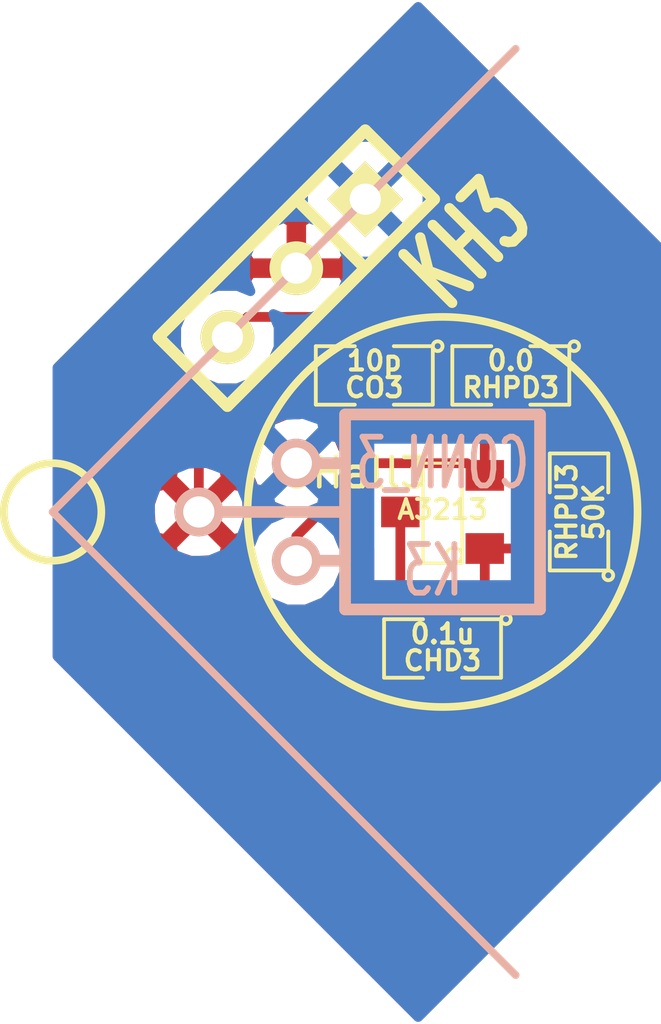
<source format=kicad_pcb>
(kicad_pcb (version 3) (host pcbnew "(2013-mar-25)-stable")

  (general
    (links 13)
    (no_connects 1)
    (area 49.429999 37.465 66.675001 64.135001)
    (thickness 1.6)
    (drawings 4)
    (tracks 26)
    (zones 0)
    (modules 7)
    (nets 5)
  )

  (page USLetter)
  (layers
    (15 F.Cu signal)
    (0 B.Cu signal)
    (16 B.Adhes user)
    (17 F.Adhes user)
    (18 B.Paste user)
    (19 F.Paste user)
    (20 B.SilkS user)
    (21 F.SilkS user)
    (22 B.Mask user)
    (23 F.Mask user)
    (24 Dwgs.User user)
    (25 Cmts.User user)
    (26 Eco1.User user)
    (27 Eco2.User user)
    (28 Edge.Cuts user)
  )

  (setup
    (last_trace_width 0.254)
    (trace_clearance 0.254)
    (zone_clearance 0.508)
    (zone_45_only no)
    (trace_min 0.1524)
    (segment_width 0.2)
    (edge_width 0.15)
    (via_size 0.889)
    (via_drill 0.635)
    (via_min_size 0.889)
    (via_min_drill 0.508)
    (uvia_size 0.508)
    (uvia_drill 0.127)
    (uvias_allowed no)
    (uvia_min_size 0.508)
    (uvia_min_drill 0.127)
    (pcb_text_width 0.3)
    (pcb_text_size 1 1)
    (mod_edge_width 0.15)
    (mod_text_size 1 1)
    (mod_text_width 0.15)
    (pad_size 1 1)
    (pad_drill 0.6)
    (pad_to_mask_clearance 0)
    (aux_axis_origin 50.8 50.8)
    (visible_elements 7FFFFFFF)
    (pcbplotparams
      (layerselection 271613953)
      (usegerberextensions false)
      (excludeedgelayer true)
      (linewidth 0)
      (plotframeref false)
      (viasonmask false)
      (mode 1)
      (useauxorigin false)
      (hpglpennumber 1)
      (hpglpenspeed 20)
      (hpglpendiameter 15)
      (hpglpenoverlay 2)
      (psnegative false)
      (psa4output false)
      (plotreference true)
      (plotvalue true)
      (plotothertext true)
      (plotinvisibletext false)
      (padsonsilk false)
      (subtractmaskfromsilk false)
      (outputformat 3)
      (mirror false)
      (drillshape 0)
      (scaleselection 1)
      (outputdirectory DXF/))
  )

  (net 0 "")
  (net 1 +5V)
  (net 2 /HALL)
  (net 3 /VOUT)
  (net 4 GND)

  (net_class Default "This is the default net class."
    (clearance 0.254)
    (trace_width 0.254)
    (via_dia 0.889)
    (via_drill 0.635)
    (uvia_dia 0.508)
    (uvia_drill 0.127)
    (add_net "")
    (add_net +5V)
    (add_net /HALL)
    (add_net /VOUT)
    (add_net GND)
  )

  (net_class "OSHPark Minimum" ""
    (clearance 0.1524)
    (trace_width 0.1524)
    (via_dia 0.889)
    (via_drill 0.635)
    (uvia_dia 0.508)
    (uvia_drill 0.3302)
  )

  (module SM0805 (layer F.Cu) (tedit 5091495C) (tstamp 524450E6)
    (at 59.182 47.244 180)
    (path /524444A3)
    (attr smd)
    (fp_text reference CO3 (at 0 -0.3175 180) (layer F.SilkS)
      (effects (font (size 0.50038 0.50038) (thickness 0.10922)))
    )
    (fp_text value 10p (at 0 0.381 180) (layer F.SilkS)
      (effects (font (size 0.50038 0.50038) (thickness 0.10922)))
    )
    (fp_circle (center -1.651 0.762) (end -1.651 0.635) (layer F.SilkS) (width 0.09906))
    (fp_line (start -0.508 0.762) (end -1.524 0.762) (layer F.SilkS) (width 0.09906))
    (fp_line (start -1.524 0.762) (end -1.524 -0.762) (layer F.SilkS) (width 0.09906))
    (fp_line (start -1.524 -0.762) (end -0.508 -0.762) (layer F.SilkS) (width 0.09906))
    (fp_line (start 0.508 -0.762) (end 1.524 -0.762) (layer F.SilkS) (width 0.09906))
    (fp_line (start 1.524 -0.762) (end 1.524 0.762) (layer F.SilkS) (width 0.09906))
    (fp_line (start 1.524 0.762) (end 0.508 0.762) (layer F.SilkS) (width 0.09906))
    (pad 1 smd rect (at -0.9525 0 180) (size 0.889 1.397)
      (layers F.Cu F.Paste F.Mask)
      (net 3 /VOUT)
    )
    (pad 2 smd rect (at 0.9525 0 180) (size 0.889 1.397)
      (layers F.Cu F.Paste F.Mask)
      (net 4 GND)
    )
    (model smd/chip_cms.wrl
      (at (xyz 0 0 0))
      (scale (xyz 0.1 0.1 0.1))
      (rotate (xyz 0 0 0))
    )
  )

  (module SM0805 (layer F.Cu) (tedit 5091495C) (tstamp 5244511A)
    (at 62.738 47.244 180)
    (path /52444269)
    (attr smd)
    (fp_text reference RHPD3 (at 0 -0.3175 180) (layer F.SilkS)
      (effects (font (size 0.50038 0.50038) (thickness 0.10922)))
    )
    (fp_text value 0.0 (at 0 0.381 180) (layer F.SilkS)
      (effects (font (size 0.50038 0.50038) (thickness 0.10922)))
    )
    (fp_circle (center -1.651 0.762) (end -1.651 0.635) (layer F.SilkS) (width 0.09906))
    (fp_line (start -0.508 0.762) (end -1.524 0.762) (layer F.SilkS) (width 0.09906))
    (fp_line (start -1.524 0.762) (end -1.524 -0.762) (layer F.SilkS) (width 0.09906))
    (fp_line (start -1.524 -0.762) (end -0.508 -0.762) (layer F.SilkS) (width 0.09906))
    (fp_line (start 0.508 -0.762) (end 1.524 -0.762) (layer F.SilkS) (width 0.09906))
    (fp_line (start 1.524 -0.762) (end 1.524 0.762) (layer F.SilkS) (width 0.09906))
    (fp_line (start 1.524 0.762) (end 0.508 0.762) (layer F.SilkS) (width 0.09906))
    (pad 1 smd rect (at -0.9525 0 180) (size 0.889 1.397)
      (layers F.Cu F.Paste F.Mask)
      (net 3 /VOUT)
    )
    (pad 2 smd rect (at 0.9525 0 180) (size 0.889 1.397)
      (layers F.Cu F.Paste F.Mask)
      (net 2 /HALL)
    )
    (model smd/chip_cms.wrl
      (at (xyz 0 0 0))
      (scale (xyz 0.1 0.1 0.1))
      (rotate (xyz 0 0 0))
    )
  )

  (module SM0805 (layer F.Cu) (tedit 5091495C) (tstamp 5244514E)
    (at 64.516 50.8 90)
    (path /524440E7)
    (attr smd)
    (fp_text reference RHPU3 (at 0 -0.3175 90) (layer F.SilkS)
      (effects (font (size 0.50038 0.50038) (thickness 0.10922)))
    )
    (fp_text value 50K (at 0 0.381 90) (layer F.SilkS)
      (effects (font (size 0.50038 0.50038) (thickness 0.10922)))
    )
    (fp_circle (center -1.651 0.762) (end -1.651 0.635) (layer F.SilkS) (width 0.09906))
    (fp_line (start -0.508 0.762) (end -1.524 0.762) (layer F.SilkS) (width 0.09906))
    (fp_line (start -1.524 0.762) (end -1.524 -0.762) (layer F.SilkS) (width 0.09906))
    (fp_line (start -1.524 -0.762) (end -0.508 -0.762) (layer F.SilkS) (width 0.09906))
    (fp_line (start 0.508 -0.762) (end 1.524 -0.762) (layer F.SilkS) (width 0.09906))
    (fp_line (start 1.524 -0.762) (end 1.524 0.762) (layer F.SilkS) (width 0.09906))
    (fp_line (start 1.524 0.762) (end 0.508 0.762) (layer F.SilkS) (width 0.09906))
    (pad 1 smd rect (at -0.9525 0 90) (size 0.889 1.397)
      (layers F.Cu F.Paste F.Mask)
      (net 1 +5V)
    )
    (pad 2 smd rect (at 0.9525 0 90) (size 0.889 1.397)
      (layers F.Cu F.Paste F.Mask)
      (net 3 /VOUT)
    )
    (model smd/chip_cms.wrl
      (at (xyz 0 0 0))
      (scale (xyz 0.1 0.1 0.1))
      (rotate (xyz 0 0 0))
    )
  )

  (module SOT23-SPECIAL (layer F.Cu) (tedit 52448C6B) (tstamp 52445055)
    (at 60.96 50.8 90)
    (descr "SZOT23 with PIN 2 and 3 swapped, for Diodes")
    (tags SOT23)
    (path /5244347B)
    (attr smd)
    (fp_text reference UHall3 (at 1.016 -2.286 180) (layer F.SilkS)
      (effects (font (size 0.762 0.762) (thickness 0.11938)))
    )
    (fp_text value A3213 (at 0.0635 0 180) (layer F.SilkS)
      (effects (font (size 0.50038 0.50038) (thickness 0.09906)))
    )
    (fp_circle (center -1.12522 0.29972) (end -1.12522 0.50038) (layer F.SilkS) (width 0.07874))
    (fp_line (start 1.27 -0.508) (end 1.27 0.508) (layer F.SilkS) (width 0.07874))
    (fp_line (start -1.3335 -0.508) (end -1.3335 0.508) (layer F.SilkS) (width 0.07874))
    (fp_line (start 1.27 0.508) (end -1.3335 0.508) (layer F.SilkS) (width 0.07874))
    (fp_line (start -1.3335 -0.508) (end 1.27 -0.508) (layer F.SilkS) (width 0.07874))
    (pad 2 smd rect (at 0 -1.09982 90) (size 0.8001 1.00076)
      (layers F.Cu F.Paste F.Mask)
      (net 4 GND)
    )
    (pad 3 smd rect (at 0.9525 1.09982 90) (size 0.8001 1.00076)
      (layers F.Cu F.Paste F.Mask)
      (net 2 /HALL)
    )
    (pad 1 smd rect (at -0.9525 1.09982 90) (size 0.8001 1.00076)
      (layers F.Cu F.Paste F.Mask)
      (net 1 +5V)
    )
    (model smd\SOT23_3.wrl
      (at (xyz 0 0 0))
      (scale (xyz 0.4 0.4 0.4))
      (rotate (xyz 0 0 180))
    )
  )

  (module SIL-3 (layer F.Cu) (tedit 5244E312) (tstamp 5244DDEE)
    (at 57.15 44.45 225)
    (descr "Connecteur 3 pins")
    (tags "CONN DEV")
    (path /5244802B)
    (fp_text reference KH3 (at -3.592102 -2.694077 225) (layer F.SilkS)
      (effects (font (size 1.7907 1.07696) (thickness 0.3048)))
    )
    (fp_text value CONN_3 (at 0 -2.54 225) (layer F.SilkS) hide
      (effects (font (size 1.524 1.016) (thickness 0.3048)))
    )
    (fp_line (start -3.81 1.27) (end -3.81 -1.27) (layer F.SilkS) (width 0.3048))
    (fp_line (start -3.81 -1.27) (end 3.81 -1.27) (layer F.SilkS) (width 0.3048))
    (fp_line (start 3.81 -1.27) (end 3.81 1.27) (layer F.SilkS) (width 0.3048))
    (fp_line (start 3.81 1.27) (end -3.81 1.27) (layer F.SilkS) (width 0.3048))
    (fp_line (start -1.27 -1.27) (end -1.27 1.27) (layer F.SilkS) (width 0.3048))
    (pad 1 thru_hole rect (at -2.54 0 225) (size 1.397 1.397) (drill 0.8128)
      (layers *.Cu *.Mask F.SilkS)
      (net 1 +5V)
    )
    (pad 2 thru_hole circle (at 0 0 225) (size 1.397 1.397) (drill 0.8128)
      (layers *.Cu *.Mask F.SilkS)
      (net 4 GND)
    )
    (pad 3 thru_hole circle (at 2.54 0 225) (size 1.397 1.397) (drill 0.8128)
      (layers *.Cu *.Mask F.SilkS)
      (net 3 /VOUT)
    )
  )

  (module SM0805 (layer F.Cu) (tedit 5091495C) (tstamp 5244508E)
    (at 60.96 54.356 180)
    (path /52443F3E)
    (attr smd)
    (fp_text reference CHD3 (at 0 -0.3175 180) (layer F.SilkS)
      (effects (font (size 0.50038 0.50038) (thickness 0.10922)))
    )
    (fp_text value 0.1u (at 0 0.381 180) (layer F.SilkS)
      (effects (font (size 0.50038 0.50038) (thickness 0.10922)))
    )
    (fp_circle (center -1.651 0.762) (end -1.651 0.635) (layer F.SilkS) (width 0.09906))
    (fp_line (start -0.508 0.762) (end -1.524 0.762) (layer F.SilkS) (width 0.09906))
    (fp_line (start -1.524 0.762) (end -1.524 -0.762) (layer F.SilkS) (width 0.09906))
    (fp_line (start -1.524 -0.762) (end -0.508 -0.762) (layer F.SilkS) (width 0.09906))
    (fp_line (start 0.508 -0.762) (end 1.524 -0.762) (layer F.SilkS) (width 0.09906))
    (fp_line (start 1.524 -0.762) (end 1.524 0.762) (layer F.SilkS) (width 0.09906))
    (fp_line (start 1.524 0.762) (end 0.508 0.762) (layer F.SilkS) (width 0.09906))
    (pad 1 smd rect (at -0.9525 0 180) (size 0.889 1.397)
      (layers F.Cu F.Paste F.Mask)
      (net 1 +5V)
    )
    (pad 2 smd rect (at 0.9525 0 180) (size 0.889 1.397)
      (layers F.Cu F.Paste F.Mask)
      (net 4 GND)
    )
    (model smd/chip_cms.wrl
      (at (xyz 0 0 0))
      (scale (xyz 0.1 0.1 0.1))
      (rotate (xyz 0 0 0))
    )
  )

  (module TO92H (layer B.Cu) (tedit 52448F4C) (tstamp 52448EC4)
    (at 55.88 50.8)
    (path /52449005)
    (fp_text reference K3 (at 4.826 1.524) (layer B.SilkS)
      (effects (font (size 1.27 0.762) (thickness 0.1524)) (justify mirror))
    )
    (fp_text value CONN_3 (at 5.08 -1.27) (layer B.SilkS)
      (effects (font (size 1.27 0.762) (thickness 0.1524)) (justify mirror))
    )
    (fp_line (start 2.54 2.54) (end 7.62 2.54) (layer B.SilkS) (width 0.3048))
    (fp_line (start 7.62 2.54) (end 7.62 -2.54) (layer B.SilkS) (width 0.3048))
    (fp_line (start 7.62 -2.54) (end 2.54 -2.54) (layer B.SilkS) (width 0.3048))
    (fp_line (start 2.54 -2.54) (end 2.54 2.54) (layer B.SilkS) (width 0.3048))
    (fp_line (start 1.27 1.27) (end 2.54 1.27) (layer B.SilkS) (width 0.3048))
    (fp_line (start -1.27 0) (end 2.54 0) (layer B.SilkS) (width 0.3048))
    (fp_line (start 1.27 -1.27) (end 2.54 -1.27) (layer B.SilkS) (width 0.3048))
    (pad 2 thru_hole circle (at -1.27 0) (size 1.27 1.27) (drill 0.8128)
      (layers *.Cu *.Mask B.SilkS)
      (net 4 GND)
    )
    (pad 1 thru_hole circle (at 1.27 -1.27) (size 1.27 1.27) (drill 0.8128)
      (layers *.Cu *.Mask B.SilkS)
      (net 1 +5V)
    )
    (pad 3 thru_hole circle (at 1.27 1.27) (size 1.27 1.27) (drill 0.8128)
      (layers *.Cu *.Mask B.SilkS)
      (net 2 /HALL)
    )
  )

  (gr_line (start 50.8 50.8) (end 62.865 62.865) (angle 90) (layer B.SilkS) (width 0.2))
  (gr_line (start 50.8 50.8) (end 62.865 38.735) (angle 90) (layer B.SilkS) (width 0.2))
  (gr_circle (center 60.96 50.8) (end 66.04 50.8) (layer F.SilkS) (width 0.2))
  (gr_circle (center 50.8 50.8) (end 52.07 50.8) (layer F.SilkS) (width 0.2))

  (segment (start 61.9125 54.356) (end 61.9125 55.979602) (width 0.254) (layer F.Cu) (net 1))
  (segment (start 61.9125 55.979602) (end 58.946051 58.946051) (width 0.254) (layer F.Cu) (net 1) (tstamp 5244E5E5))
  (segment (start 62.05982 51.7525) (end 62.05982 54.20868) (width 0.254) (layer F.Cu) (net 1))
  (segment (start 62.05982 54.20868) (end 61.9125 54.356) (width 0.254) (layer F.Cu) (net 1) (tstamp 5244E575))
  (segment (start 62.05982 51.7525) (end 64.516 51.7525) (width 0.254) (layer F.Cu) (net 1))
  (segment (start 57.15 52.07) (end 57.15 51.435) (width 0.254) (layer F.Cu) (net 2))
  (segment (start 61.595 49.53) (end 62.05982 49.8475) (width 0.254) (layer F.Cu) (net 2) (tstamp 5244E566))
  (segment (start 59.055 49.53) (end 61.595 49.53) (width 0.254) (layer F.Cu) (net 2) (tstamp 5244E55E))
  (segment (start 57.15 51.435) (end 59.055 49.53) (width 0.254) (layer F.Cu) (net 2) (tstamp 5244E551))
  (segment (start 62.05982 49.8475) (end 62.05982 47.51832) (width 0.254) (layer F.Cu) (net 2))
  (segment (start 62.05982 47.51832) (end 61.7855 47.244) (width 0.254) (layer F.Cu) (net 2) (tstamp 5244E548))
  (segment (start 64.516 49.8475) (end 64.516 48.0695) (width 0.254) (layer F.Cu) (net 3))
  (segment (start 64.516 48.0695) (end 63.6905 47.244) (width 0.254) (layer F.Cu) (net 3) (tstamp 5244EB93))
  (segment (start 60.1345 47.244) (end 60.1345 45.72) (width 0.254) (layer F.Cu) (net 3))
  (segment (start 60.1345 45.72) (end 60.325 45.72) (width 0.254) (layer F.Cu) (net 3) (tstamp 5244E524))
  (segment (start 55.88 45.72) (end 55.353949 46.246051) (width 0.254) (layer F.Cu) (net 3) (tstamp 5244E51C))
  (segment (start 62.1665 45.72) (end 60.325 45.72) (width 0.254) (layer F.Cu) (net 3) (tstamp 5244E502))
  (segment (start 60.325 45.72) (end 55.88 45.72) (width 0.254) (layer F.Cu) (net 3) (tstamp 5244E52B))
  (segment (start 64.516 48.0695) (end 62.1665 45.72) (width 0.254) (layer F.Cu) (net 3) (tstamp 5244E4FF))
  (segment (start 60.0075 54.356) (end 59.944 54.356) (width 0.254) (layer F.Cu) (net 4))
  (segment (start 59.944 54.356) (end 57.15 57.15) (width 0.254) (layer F.Cu) (net 4) (tstamp 5244E62C))
  (segment (start 58.2295 47.244) (end 56.261 47.244) (width 0.254) (layer F.Cu) (net 4))
  (segment (start 56.261 47.244) (end 54.61 48.895) (width 0.254) (layer F.Cu) (net 4) (tstamp 5244E5A3))
  (segment (start 54.61 48.895) (end 54.61 50.8) (width 0.254) (layer F.Cu) (net 4) (tstamp 5244E5AD))
  (segment (start 59.86018 50.8) (end 59.86018 54.20868) (width 0.254) (layer F.Cu) (net 4))
  (segment (start 59.86018 54.20868) (end 60.0075 54.356) (width 0.254) (layer F.Cu) (net 4) (tstamp 5244E58B))

  (zone (net 0) (net_name "") (layer F.Cu) (tstamp 52458F0A) (hatch edge 0.508)
    (connect_pads (clearance 0.508))
    (min_thickness 0.254)
    (keepout (tracks allowed) (vias allowed) (copperpour not_allowed))
    (fill (arc_segments 16) (thermal_gap 0.508) (thermal_bridge_width 0.508))
    (polygon
      (pts
        (xy 62.738 52.578) (xy 59.182 52.578) (xy 59.182 49.022) (xy 62.738 49.022)
      )
    )
  )
  (zone (net 0) (net_name "") (layer B.Cu) (tstamp 52458F1C) (hatch edge 0.508)
    (connect_pads (clearance 0.508))
    (min_thickness 0.254)
    (keepout (tracks allowed) (vias allowed) (copperpour not_allowed))
    (fill (arc_segments 16) (thermal_gap 0.508) (thermal_bridge_width 0.508))
    (polygon
      (pts
        (xy 62.738 52.578) (xy 59.182 52.578) (xy 59.182 49.022) (xy 62.738 49.022)
      )
    )
  )
  (zone (net 4) (net_name GND) (layer F.Cu) (tstamp 52463AFE) (hatch edge 0.508)
    (connect_pads (clearance 0.508))
    (min_thickness 0.254)
    (fill (arc_segments 16) (thermal_gap 0.508) (thermal_bridge_width 0.508))
    (polygon
      (pts
        (xy 66.675 57.785) (xy 62.23 62.23) (xy 60.325 64.135) (xy 50.8 54.61) (xy 50.8 50.8)
        (xy 50.8 47.625) (xy 50.8 46.99) (xy 60.325 37.465) (xy 62.23 39.37) (xy 66.675 43.815)
        (xy 66.675 57.785)
      )
    )
    (filled_polygon
      (pts
        (xy 66.548 57.732395) (xy 65.84961 58.430784) (xy 65.84961 52.071245) (xy 65.84961 51.182245) (xy 65.753141 50.948771)
        (xy 65.604526 50.799897) (xy 65.752513 50.652168) (xy 65.849389 50.418864) (xy 65.84961 50.166245) (xy 65.84961 49.277245)
        (xy 65.753141 49.043771) (xy 65.574668 48.864987) (xy 65.341364 48.768111) (xy 65.278 48.768055) (xy 65.278 48.0695)
        (xy 65.277999 48.069499) (xy 65.219996 47.777895) (xy 65.054815 47.530685) (xy 65.054815 47.530684) (xy 64.77011 47.245979)
        (xy 64.77011 46.419745) (xy 64.673641 46.186271) (xy 64.495168 46.007487) (xy 64.261864 45.910611) (xy 64.009245 45.91039)
        (xy 63.43452 45.91039) (xy 62.705315 45.181185) (xy 62.458105 45.016004) (xy 62.1665 44.958) (xy 60.568989 44.958)
        (xy 60.568989 42.528194) (xy 60.47252 42.294721) (xy 60.294048 42.115936) (xy 59.306219 41.128108) (xy 59.072914 41.031231)
        (xy 58.820296 41.031011) (xy 58.586823 41.12748) (xy 58.408038 41.305952) (xy 57.42021 42.293781) (xy 57.323333 42.527086)
        (xy 57.323113 42.779704) (xy 57.419582 43.013177) (xy 57.575604 43.169473) (xy 57.487198 43.132854) (xy 57.277 43.255861)
        (xy 57.277 44.143392) (xy 57.164141 44.256251) (xy 57.343749 44.435859) (xy 57.456608 44.323) (xy 58.344139 44.323)
        (xy 58.467146 44.112802) (xy 58.419506 44.013413) (xy 58.585883 44.17979) (xy 58.819188 44.276667) (xy 59.071806 44.276887)
        (xy 59.305279 44.180418) (xy 59.484064 44.001946) (xy 60.471892 43.014117) (xy 60.568769 42.780812) (xy 60.568989 42.528194)
        (xy 60.568989 44.958) (xy 60.325 44.958) (xy 60.1345 44.958) (xy 58.396397 44.958) (xy 58.467146 44.787198)
        (xy 58.344139 44.577) (xy 57.456608 44.577) (xy 57.343749 44.464141) (xy 57.164141 44.643749) (xy 57.277 44.756608)
        (xy 57.277 44.958) (xy 57.023 44.958) (xy 57.023 44.756608) (xy 57.135859 44.643749) (xy 57.023 44.53089)
        (xy 57.023 44.323) (xy 57.023 43.255861) (xy 56.812802 43.132854) (xy 56.33442 43.362156) (xy 55.980202 43.757072)
        (xy 55.832854 44.112802) (xy 55.955861 44.323) (xy 57.023 44.323) (xy 57.023 44.53089) (xy 56.956251 44.464141)
        (xy 56.843392 44.577) (xy 55.955861 44.577) (xy 55.832854 44.787198) (xy 55.914724 44.958) (xy 55.88 44.958)
        (xy 55.778079 44.978273) (xy 55.778078 44.978273) (xy 55.620362 44.912784) (xy 55.089863 44.912321) (xy 54.599569 45.114906)
        (xy 54.224123 45.489698) (xy 54.020682 45.979638) (xy 54.020219 46.510137) (xy 54.222804 47.000431) (xy 54.597596 47.375877)
        (xy 55.087536 47.579318) (xy 55.618035 47.579781) (xy 56.108329 47.377196) (xy 56.483775 47.002404) (xy 56.687216 46.512464)
        (xy 56.687242 46.482) (xy 57.150055 46.482) (xy 57.14989 46.671255) (xy 57.15 46.95825) (xy 57.30875 47.117)
        (xy 58.1025 47.117) (xy 58.1025 47.097) (xy 58.3565 47.097) (xy 58.3565 47.117) (xy 58.3765 47.117)
        (xy 58.3765 47.371) (xy 58.3565 47.371) (xy 58.3565 48.41875) (xy 58.51525 48.5775) (xy 58.799755 48.57761)
        (xy 59.033229 48.481141) (xy 59.182102 48.332526) (xy 59.329832 48.480513) (xy 59.563136 48.577389) (xy 59.815755 48.57761)
        (xy 60.704755 48.57761) (xy 60.938229 48.481141) (xy 60.959881 48.459526) (xy 60.980832 48.480513) (xy 61.214136 48.577389)
        (xy 61.29782 48.577462) (xy 61.29782 48.768) (xy 59.055 48.768) (xy 58.763395 48.826004) (xy 58.516184 48.991185)
        (xy 58.364274 49.143094) (xy 58.227281 48.811543) (xy 57.968719 48.55253) (xy 58.1025 48.41875) (xy 58.1025 47.371)
        (xy 57.30875 47.371) (xy 57.15 47.52975) (xy 57.14989 47.816745) (xy 57.150111 48.069364) (xy 57.229298 48.260069)
        (xy 56.89849 48.259781) (xy 56.431543 48.452719) (xy 56.073975 48.809664) (xy 55.880222 49.276273) (xy 55.879781 49.78151)
        (xy 56.072719 50.248457) (xy 56.429664 50.606025) (xy 56.762951 50.744418) (xy 56.611185 50.896185) (xy 56.590594 50.927)
        (xy 56.431543 50.992719) (xy 56.073975 51.349664) (xy 55.892679 51.786273) (xy 55.892679 50.977335) (xy 55.862904 50.472976)
        (xy 55.727178 50.145304) (xy 55.498132 50.091473) (xy 55.318527 50.271078) (xy 55.318527 49.911868) (xy 55.264696 49.682822)
        (xy 54.787335 49.517321) (xy 54.282976 49.547096) (xy 53.955304 49.682822) (xy 53.901473 49.911868) (xy 54.61 50.620395)
        (xy 55.318527 49.911868) (xy 55.318527 50.271078) (xy 54.789605 50.8) (xy 55.498132 51.508527) (xy 55.727178 51.454696)
        (xy 55.892679 50.977335) (xy 55.892679 51.786273) (xy 55.880222 51.816273) (xy 55.879781 52.32151) (xy 56.072719 52.788457)
        (xy 56.429664 53.146025) (xy 56.896273 53.339778) (xy 57.40151 53.340219) (xy 57.868457 53.147281) (xy 58.226025 52.790336)
        (xy 58.419778 52.323727) (xy 58.420219 51.81849) (xy 58.251784 51.410845) (xy 58.735627 50.927002) (xy 58.883548 50.927002)
        (xy 58.7248 51.08575) (xy 58.72469 51.325805) (xy 58.821159 51.559279) (xy 58.999632 51.738063) (xy 59.055 51.761053)
        (xy 59.055 52.705) (xy 61.23404 52.705) (xy 61.29782 52.731483) (xy 61.29782 53.040745) (xy 61.108771 53.118859)
        (xy 60.96 53.267371) (xy 60.811229 53.118859) (xy 60.577755 53.02239) (xy 60.29325 53.0225) (xy 60.1345 53.18125)
        (xy 60.1345 54.229) (xy 60.1545 54.229) (xy 60.1545 54.483) (xy 60.1345 54.483) (xy 60.1345 55.53075)
        (xy 60.29325 55.6895) (xy 60.577755 55.68961) (xy 60.811229 55.593141) (xy 60.960102 55.444526) (xy 61.107832 55.592513)
        (xy 61.1505 55.61023) (xy 61.1505 55.663971) (xy 59.8805 56.933971) (xy 59.8805 55.53075) (xy 59.8805 54.483)
        (xy 59.8805 54.229) (xy 59.8805 53.18125) (xy 59.72175 53.0225) (xy 59.437245 53.02239) (xy 59.203771 53.118859)
        (xy 59.024987 53.297332) (xy 58.928111 53.530636) (xy 58.92789 53.783255) (xy 58.928 54.07025) (xy 59.08675 54.229)
        (xy 59.8805 54.229) (xy 59.8805 54.483) (xy 59.08675 54.483) (xy 58.928 54.64175) (xy 58.92789 54.928745)
        (xy 58.928111 55.181364) (xy 59.024987 55.414668) (xy 59.203771 55.593141) (xy 59.437245 55.68961) (xy 59.72175 55.6895)
        (xy 59.8805 55.53075) (xy 59.8805 56.933971) (xy 58.407236 58.407236) (xy 58.242055 58.654447) (xy 58.184052 58.946051)
        (xy 58.242055 59.237655) (xy 58.407236 59.484866) (xy 58.654447 59.650047) (xy 58.946051 59.70805) (xy 59.237655 59.650047)
        (xy 59.484866 59.484866) (xy 62.451315 56.518418) (xy 62.451315 56.518417) (xy 62.616496 56.271207) (xy 62.674499 55.979602)
        (xy 62.6745 55.979602) (xy 62.6745 55.610382) (xy 62.716229 55.593141) (xy 62.895013 55.414668) (xy 62.991889 55.181364)
        (xy 62.99211 54.928745) (xy 62.99211 53.531745) (xy 62.895641 53.298271) (xy 62.82182 53.224321) (xy 62.82182 52.731522)
        (xy 62.919429 52.691191) (xy 63.096427 52.5145) (xy 63.261617 52.5145) (xy 63.278859 52.556229) (xy 63.457332 52.735013)
        (xy 63.690636 52.831889) (xy 63.943255 52.83211) (xy 65.340255 52.83211) (xy 65.573729 52.735641) (xy 65.752513 52.557168)
        (xy 65.849389 52.323864) (xy 65.84961 52.071245) (xy 65.84961 58.430784) (xy 62.140197 62.140197) (xy 60.325 63.955395)
        (xy 55.318527 58.948922) (xy 55.318527 51.688132) (xy 54.61 50.979605) (xy 54.430395 51.15921) (xy 54.430395 50.8)
        (xy 53.721868 50.091473) (xy 53.492822 50.145304) (xy 53.327321 50.622665) (xy 53.357096 51.127024) (xy 53.492822 51.454696)
        (xy 53.721868 51.508527) (xy 54.430395 50.8) (xy 54.430395 51.15921) (xy 53.901473 51.688132) (xy 53.955304 51.917178)
        (xy 54.432665 52.082679) (xy 54.937024 52.052904) (xy 55.264696 51.917178) (xy 55.318527 51.688132) (xy 55.318527 58.948922)
        (xy 50.927 54.557395) (xy 50.927 50.8) (xy 50.927 47.625) (xy 50.927 47.042605) (xy 60.325 37.644605)
        (xy 62.140197 39.459803) (xy 66.548 43.867605) (xy 66.548 57.732395)
      )
    )
  )
  (zone (net 1) (net_name +5V) (layer B.Cu) (tstamp 52463B11) (hatch edge 0.508)
    (connect_pads (clearance 0.508))
    (min_thickness 0.254)
    (fill (arc_segments 16) (thermal_gap 0.508) (thermal_bridge_width 0.508))
    (polygon
      (pts
        (xy 66.675 57.785) (xy 62.23 62.23) (xy 60.325 64.135) (xy 50.8 54.61) (xy 50.8 53.975)
        (xy 50.8 50.8) (xy 50.8 46.99) (xy 60.325 37.465) (xy 62.23 39.37) (xy 66.675 43.815)
        (xy 66.675 57.785)
      )
    )
    (filled_polygon
      (pts
        (xy 66.548 57.732395) (xy 62.865 61.415394) (xy 62.865 52.705) (xy 62.865 48.895) (xy 60.568989 48.895)
        (xy 60.568989 42.528194) (xy 60.47252 42.294721) (xy 60.294048 42.115936) (xy 60.091034 41.913078) (xy 59.866527 41.913078)
        (xy 59.686922 42.092683) (xy 59.686922 41.733473) (xy 59.686922 41.508966) (xy 59.484064 41.305952) (xy 59.305279 41.12748)
        (xy 59.071806 41.031011) (xy 58.819188 41.031231) (xy 58.585883 41.128108) (xy 58.20518 41.508966) (xy 58.20518 41.733473)
        (xy 58.946051 42.474344) (xy 59.686922 41.733473) (xy 59.686922 42.092683) (xy 59.125656 42.653949) (xy 59.866527 43.39482)
        (xy 60.091034 43.39482) (xy 60.471892 43.014117) (xy 60.568769 42.780812) (xy 60.568989 42.528194) (xy 60.568989 48.895)
        (xy 59.686922 48.895) (xy 59.686922 43.798932) (xy 59.686922 43.574425) (xy 58.946051 42.833554) (xy 58.931908 42.847696)
        (xy 58.752303 42.668091) (xy 58.766446 42.653949) (xy 58.025575 41.913078) (xy 57.801068 41.913078) (xy 57.42021 42.293781)
        (xy 57.323333 42.527086) (xy 57.323113 42.779704) (xy 57.419582 43.013177) (xy 57.598054 43.191962) (xy 57.598387 43.192295)
        (xy 57.416413 43.116733) (xy 56.885914 43.11627) (xy 56.39562 43.318855) (xy 56.020174 43.693647) (xy 55.816733 44.183587)
        (xy 55.81627 44.714086) (xy 55.955947 45.052131) (xy 55.620362 44.912784) (xy 55.089863 44.912321) (xy 54.599569 45.114906)
        (xy 54.224123 45.489698) (xy 54.020682 45.979638) (xy 54.020219 46.510137) (xy 54.222804 47.000431) (xy 54.597596 47.375877)
        (xy 55.087536 47.579318) (xy 55.618035 47.579781) (xy 56.108329 47.377196) (xy 56.483775 47.002404) (xy 56.687216 46.512464)
        (xy 56.687679 45.981965) (xy 56.548001 45.643919) (xy 56.883587 45.783267) (xy 57.414086 45.78373) (xy 57.90438 45.581145)
        (xy 58.279826 45.206353) (xy 58.483267 44.716413) (xy 58.48373 44.185914) (xy 58.407489 44.001396) (xy 58.408038 44.001946)
        (xy 58.586823 44.180418) (xy 58.820296 44.276887) (xy 59.072914 44.276667) (xy 59.306219 44.17979) (xy 59.686922 43.798932)
        (xy 59.686922 48.895) (xy 59.055 48.895) (xy 59.055 52.705) (xy 62.865 52.705) (xy 62.865 61.415394)
        (xy 62.140197 62.140197) (xy 60.325 63.955395) (xy 58.432679 62.063074) (xy 58.432679 49.707335) (xy 58.402904 49.202976)
        (xy 58.267178 48.875304) (xy 58.038132 48.821473) (xy 57.858527 49.001078) (xy 57.858527 48.641868) (xy 57.804696 48.412822)
        (xy 57.327335 48.247321) (xy 56.822976 48.277096) (xy 56.495304 48.412822) (xy 56.441473 48.641868) (xy 57.15 49.350395)
        (xy 57.858527 48.641868) (xy 57.858527 49.001078) (xy 57.329605 49.53) (xy 58.038132 50.238527) (xy 58.267178 50.184696)
        (xy 58.432679 49.707335) (xy 58.432679 62.063074) (xy 58.420219 62.050614) (xy 58.420219 51.81849) (xy 58.227281 51.351543)
        (xy 57.870336 50.993975) (xy 57.403727 50.800222) (xy 57.18688 50.800032) (xy 57.477024 50.782904) (xy 57.804696 50.647178)
        (xy 57.858527 50.418132) (xy 57.15 49.709605) (xy 56.970395 49.88921) (xy 56.970395 49.53) (xy 56.261868 48.821473)
        (xy 56.032822 48.875304) (xy 55.867321 49.352665) (xy 55.897096 49.857024) (xy 56.032822 50.184696) (xy 56.261868 50.238527)
        (xy 56.970395 49.53) (xy 56.970395 49.88921) (xy 56.441473 50.418132) (xy 56.495304 50.647178) (xy 56.935556 50.799813)
        (xy 56.89849 50.799781) (xy 56.431543 50.992719) (xy 56.073975 51.349664) (xy 55.880222 51.816273) (xy 55.880219 51.819709)
        (xy 55.880219 50.54849) (xy 55.687281 50.081543) (xy 55.330336 49.723975) (xy 54.863727 49.530222) (xy 54.35849 49.529781)
        (xy 53.891543 49.722719) (xy 53.533975 50.079664) (xy 53.340222 50.546273) (xy 53.339781 51.05151) (xy 53.532719 51.518457)
        (xy 53.889664 51.876025) (xy 54.356273 52.069778) (xy 54.86151 52.070219) (xy 55.328457 51.877281) (xy 55.686025 51.520336)
        (xy 55.879778 51.053727) (xy 55.880219 50.54849) (xy 55.880219 51.819709) (xy 55.879781 52.32151) (xy 56.072719 52.788457)
        (xy 56.429664 53.146025) (xy 56.896273 53.339778) (xy 57.40151 53.340219) (xy 57.868457 53.147281) (xy 58.226025 52.790336)
        (xy 58.419778 52.323727) (xy 58.420219 51.81849) (xy 58.420219 62.050614) (xy 50.927 54.557395) (xy 50.927 53.975)
        (xy 50.927 50.8) (xy 50.927 47.042605) (xy 60.325 37.644605) (xy 62.140197 39.459803) (xy 66.548 43.867605)
        (xy 66.548 57.732395)
      )
    )
  )
)

</source>
